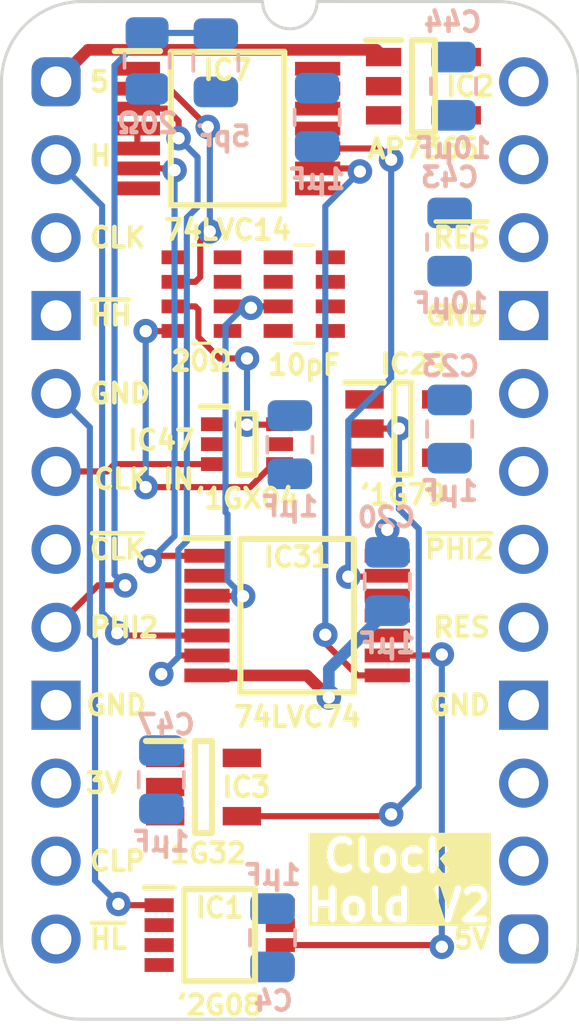
<source format=kicad_pcb>
(kicad_pcb (version 20241229) (generator "pcbnew") (generator_version "9.0")
  (title_block (title "W65C816 Clock Hold") (date "2026-01-29") (rev "V2"))
  (layers (0 "F.Cu" signal) (2 "B.Cu" signal) (13 "F.Paste" user) (15 "B.Paste" user) (5 "F.SilkS" user "F.Silkscreen") (7 "B.SilkS" user "B.Silkscreen") (1 "F.Mask" user) (3 "B.Mask" user) (25 "Edge.Cuts" user))
  (net 0 "")
  (net 1 "GND")
  (net 2 "5V")
  (net 3 "PHI2")
  (net 4 "~{PHI2}")
  (net 5 "Reset")
  (net 6 "~{Reset}")
  (net 7 "~{CLK}")
  (net 9 "CLK")
  (net 10 "CLK High Pulse")
  (net 11 "CLK Low Pulse")
  (net 12 "~{Hold High}")
  (net 14 "~{Hold Low}")
  (net 15 "3.3V")
  (net 17 "/CLK L.P.")
  (net 18 "/~{CLK Low Reset Pulse}")
  (net 19 "/~{CLK High Reset Pulse}")
  (net 20 "/CLK H.P.")
  (net 21 "/~{Hold Low}·CLK Low Pulse")
  (net 22 "/High Pulse+Low Pulse")
  (net 23 "/PHI2 Sharp")
  (net 24 "Net-(IC7A-1Y)")
  (net 25 "Net-(IC7F-6Y)")
  (net 26 "Net-(IC47-~{Y})")
  (net 27 "Net-(IC47-Y)")
  (net 28 "CLK IN")
  (net 30 "/~{Hold High}·CLK High Pulse·L=C")
  (net 33 "/~{CLK High Pulse}")
  (net 34 "/~{CLK Low Pulse}")
  (footprint "SamacSys_Parts:SOP65P210X110-6N" (layer "F.Cu") (at 6.223 11.811)
    (property "Reference" "IC47" (at -2.794 -0.127 0) (layer "F.SilkS") (effects (font (size 0.635 0.635))))
    (property "Value" "74LVC1GX04GW,125" (hide yes))
    (fp_line (start -1.5 -1.225) (end -0.625 -1.225) (stroke (width 0.2)) (layer "F.SilkS"))
    (fp_line (start -0.275 -1) (end 0.275 -1) (stroke (width 0.2)) (layer "F.SilkS"))
    (fp_line (start -0.275 1) (end -0.275 -1) (stroke (width 0.2)) (layer "F.SilkS"))
    (fp_line (start 0.275 -1) (end 0.275 1) (stroke (width 0.2)) (layer "F.SilkS"))
    (fp_line (start 0.275 1) (end -0.275 1) (stroke (width 0.2)) (layer "F.SilkS"))
    (fp_text user "${Silkscreen}" (at 0 1.778 0) (layer "F.SilkS") (effects (font (size 0.635 0.635))))
    (pad "1" smd rect (at -1.062 -0.65 90) (size 0.45 0.875) (layers "F.Cu" "F.Mask" "F.Paste"))
    (pad "2" smd rect (at -1.062 0 90) (size 0.45 0.875) (layers "F.Cu" "F.Mask" "F.Paste") (net 1 "GND"))
    (pad "3" smd rect (at -1.062 0.65 90) (size 0.45 0.875) (layers "F.Cu" "F.Mask" "F.Paste") (net 28 "CLK IN"))
    (pad "4" smd rect (at 1.062 0.65 90) (size 0.45 0.875) (layers "F.Cu" "F.Mask" "F.Paste") (net 26 "Net-(IC47-~{Y})"))
    (pad "5" smd rect (at 1.062 0 90) (size 0.45 0.875) (layers "F.Cu" "F.Mask" "F.Paste") (net 15 "3.3V"))
    (pad "6" smd rect (at 1.062 -0.65 90) (size 0.45 0.875) (layers "F.Cu" "F.Mask" "F.Paste") (net 27 "Net-(IC47-Y)"))
  )
  (footprint "SamacSys_Parts:CA0612KRX7R9BB100" (layer "F.Cu") (at 8.089 6.9208)
    (property "Reference" "CN1" (hide yes))
    (property "Value" "CA0612KRX7R9BB100" (hide yes))
    (fp_line (start 0.2952 -1.5998) (end -0.3048 -1.5998) (stroke (width 0.1)) (layer "F.SilkS"))
    (fp_line (start 0.2952 1.6002) (end -0.3048 1.6002) (stroke (width 0.1)) (layer "F.SilkS"))
    (fp_text user "${Silkscreen}" (at 0 2.305 0) (layer "F.SilkS") (effects (font (size 0.635 0.635))))
    (pad "1" smd rect (at -0.85 -1.2 90) (size 0.45 0.95) (layers "F.Cu" "F.Mask" "F.Paste") (net 5 "Reset"))
    (pad "2" smd rect (at -0.85 -0.4 90) (size 0.45 0.95) (layers "F.Cu" "F.Mask" "F.Paste") (net 4 "~{PHI2}"))
    (pad "3" smd rect (at -0.85 0.4 90) (size 0.45 0.95) (layers "F.Cu" "F.Mask" "F.Paste") (net 9 "CLK"))
    (pad "4" smd rect (at -0.85 1.2 90) (size 0.45 0.95) (layers "F.Cu" "F.Mask" "F.Paste") (net 7 "~{CLK}"))
    (pad "5" smd rect (at 0.85 1.2 90) (size 0.45 0.95) (layers "F.Cu" "F.Mask" "F.Paste") (net 1 "GND"))
    (pad "6" smd rect (at 0.85 0.4 90) (size 0.45 0.95) (layers "F.Cu" "F.Mask" "F.Paste") (net 1 "GND"))
    (pad "7" smd rect (at 0.85 -0.4 90) (size 0.45 0.95) (layers "F.Cu" "F.Mask" "F.Paste") (net 1 "GND"))
    (pad "8" smd rect (at 0.85 -1.2 90) (size 0.45 0.95) (layers "F.Cu" "F.Mask" "F.Paste") (net 1 "GND"))
  )
  (footprint "SamacSys_Parts:SOP65P400X110-8N" (layer "F.Cu") (at 5.334 27.813)
    (property "Reference" "IC1" (at 0 -0.889 0) (layer "F.SilkS") (effects (font (size 0.635 0.635))))
    (property "Value" "74LVC2G08DP-Q100H" (hide yes))
    (fp_line (start -2.45 -1.55) (end -1.5 -1.55) (stroke (width 0.2)) (layer "F.SilkS"))
    (fp_line (start -1.15 -1.5) (end 1.15 -1.5) (stroke (width 0.2)) (layer "F.SilkS"))
    (fp_line (start -1.15 1.5) (end -1.15 -1.5) (stroke (width 0.2)) (layer "F.SilkS"))
    (fp_line (start 1.15 -1.5) (end 1.15 1.5) (stroke (width 0.2)) (layer "F.SilkS"))
    (fp_line (start 1.15 1.5) (end -1.15 1.5) (stroke (width 0.2)) (layer "F.SilkS"))
    (fp_text user "${Silkscreen}" (at 0 2.286 0) (layer "F.SilkS") (effects (font (size 0.635 0.635))))
    (pad "1" smd rect (at -1.975 -0.975 90) (size 0.45 0.95) (layers "F.Cu" "F.Mask" "F.Paste") (net 12 "~{Hold High}"))
    (pad "2" smd rect (at -1.975 -0.325 90) (size 0.45 0.95) (layers "F.Cu" "F.Mask" "F.Paste") (net 10 "CLK High Pulse"))
    (pad "3" smd rect (at -1.975 0.325 90) (size 0.45 0.95) (layers "F.Cu" "F.Mask" "F.Paste") (net 21 "/~{Hold Low}·CLK Low Pulse"))
    (pad "4" smd rect (at -1.975 0.975 90) (size 0.45 0.95) (layers "F.Cu" "F.Mask" "F.Paste") (net 1 "GND"))
    (pad "5" smd rect (at 1.975 0.975 90) (size 0.45 0.95) (layers "F.Cu" "F.Mask" "F.Paste") (net 14 "~{Hold Low}"))
    (pad "6" smd rect (at 1.975 0.325 90) (size 0.45 0.95) (layers "F.Cu" "F.Mask" "F.Paste") (net 11 "CLK Low Pulse"))
    (pad "7" smd rect (at 1.975 -0.325 90) (size 0.45 0.95) (layers "F.Cu" "F.Mask" "F.Paste") (net 30 "/~{Hold High}·CLK High Pulse·L=C"))
    (pad "8" smd rect (at 1.975 -0.975 90) (size 0.45 0.95) (layers "F.Cu" "F.Mask" "F.Paste") (net 15 "3.3V"))
  )
  (footprint "SamacSys_Parts:SOP65P640X110-14N" (layer "F.Cu") (at 7.857 17.399)
    (property "Reference" "IC31" (at 0 -1.905 0) (layer "F.SilkS") (effects (font (size 0.635 0.635))))
    (property "Value" "74LVC74APW,118" (hide yes))
    (fp_line (start -3.675 -2.525) (end -2.2 -2.525) (stroke (width 0.2)) (layer "F.SilkS"))
    (fp_line (start -1.85 -2.5) (end 1.85 -2.5) (stroke (width 0.2)) (layer "F.SilkS"))
    (fp_line (start -1.85 2.5) (end -1.85 -2.5) (stroke (width 0.2)) (layer "F.SilkS"))
    (fp_line (start 1.85 -2.5) (end 1.85 2.5) (stroke (width 0.2)) (layer "F.SilkS"))
    (fp_line (start 1.85 2.5) (end -1.85 2.5) (stroke (width 0.2)) (layer "F.SilkS"))
    (fp_text user "${Silkscreen}" (at 0 3.302 0) (layer "F.SilkS") (effects (font (size 0.635 0.635))))
    (pad "1" smd rect (at -2.938 -1.95 90) (size 0.45 1.475) (layers "F.Cu" "F.Mask" "F.Paste") (net 19 "/~{CLK High Reset Pulse}"))
    (pad "2" smd rect (at -2.938 -1.3 90) (size 0.45 1.475) (layers "F.Cu" "F.Mask" "F.Paste") (net 15 "3.3V"))
    (pad "3" smd rect (at -2.938 -0.65 90) (size 0.45 1.475) (layers "F.Cu" "F.Mask" "F.Paste") (net 9 "CLK"))
    (pad "4" smd rect (at -2.938 0 90) (size 0.45 1.475) (layers "F.Cu" "F.Mask" "F.Paste") (net 15 "3.3V"))
    (pad "5" smd rect (at -2.938 0.65 90) (size 0.45 1.475) (layers "F.Cu" "F.Mask" "F.Paste") (net 10 "CLK High Pulse"))
    (pad "6" smd rect (at -2.938 1.3 90) (size 0.45 1.475) (layers "F.Cu" "F.Mask" "F.Paste") (net 33 "/~{CLK High Pulse}"))
    (pad "7" smd rect (at -2.938 1.95 90) (size 0.45 1.475) (layers "F.Cu" "F.Mask" "F.Paste") (net 1 "GND"))
    (pad "8" smd rect (at 2.938 1.95 90) (size 0.45 1.475) (layers "F.Cu" "F.Mask" "F.Paste") (net 34 "/~{CLK Low Pulse}"))
    (pad "9" smd rect (at 2.938 1.3 90) (size 0.45 1.475) (layers "F.Cu" "F.Mask" "F.Paste") (net 11 "CLK Low Pulse"))
    (pad "10" smd rect (at 2.938 0.65 90) (size 0.45 1.475) (layers "F.Cu" "F.Mask" "F.Paste") (net 15 "3.3V"))
    (pad "11" smd rect (at 2.938 0 90) (size 0.45 1.475) (layers "F.Cu" "F.Mask" "F.Paste") (net 7 "~{CLK}"))
    (pad "12" smd rect (at 2.938 -0.65 90) (size 0.45 1.475) (layers "F.Cu" "F.Mask" "F.Paste") (net 15 "3.3V"))
    (pad "13" smd rect (at 2.938 -1.3 90) (size 0.45 1.475) (layers "F.Cu" "F.Mask" "F.Paste") (net 18 "/~{CLK Low Reset Pulse}"))
    (pad "14" smd rect (at 2.938 -1.95 90) (size 0.45 1.475) (layers "F.Cu" "F.Mask" "F.Paste") (net 15 "3.3V"))
  )
  (footprint "SamacSys_Parts:CAY16-F4" (layer "F.Cu") (at 4.738 6.94 180)
    (property "Reference" "RN1" (hide yes))
    (property "Value" "CAY16-200J4LF" (hide yes))
    (fp_line (start 0.3 1.6192) (end -0.3 1.6192) (stroke (width 0.1)) (layer "F.SilkS"))
    (fp_line (start 0.3 -1.5808) (end -0.3 -1.5808) (stroke (width 0.1)) (layer "F.SilkS"))
    (fp_text user "${Silkscreen}" (at 0 -2.159 0) (layer "F.SilkS") (effects (font (size 0.635 0.635))))
    (pad "1" smd rect (at 0.85 1.2192 270) (size 0.45 0.9) (layers "F.Cu" "F.Mask" "F.Paste") (net 25 "Net-(IC7F-6Y)"))
    (pad "2" smd rect (at 0.85 0.4192 270) (size 0.45 0.9) (layers "F.Cu" "F.Mask" "F.Paste") (net 24 "Net-(IC7A-1Y)"))
    (pad "3" smd rect (at 0.85 -0.3808 270) (size 0.45 0.9) (layers "F.Cu" "F.Mask" "F.Paste") (net 27 "Net-(IC47-Y)"))
    (pad "4" smd rect (at 0.85 -1.1808 270) (size 0.45 0.9) (layers "F.Cu" "F.Mask" "F.Paste") (net 26 "Net-(IC47-~{Y})"))
    (pad "5" smd rect (at -0.85 -1.1808 270) (size 0.45 0.9) (layers "F.Cu" "F.Mask" "F.Paste") (net 7 "~{CLK}"))
    (pad "6" smd rect (at -0.85 -0.3808 270) (size 0.45 0.9) (layers "F.Cu" "F.Mask" "F.Paste") (net 9 "CLK"))
    (pad "7" smd rect (at -0.85 0.4192 270) (size 0.45 0.9) (layers "F.Cu" "F.Mask" "F.Paste") (net 4 "~{PHI2}"))
    (pad "8" smd rect (at -0.85 1.2192 270) (size 0.45 0.9) (layers "F.Cu" "F.Mask" "F.Paste") (net 5 "Reset"))
  )
  (footprint "SamacSys_Parts:SOP65P640X110-14N" (layer "F.Cu") (at 5.588 1.524)
    (property "Reference" "IC7" (at 0 -1.905 0) (layer "F.SilkS") (effects (font (size 0.635 0.635))))
    (property "Value" "SN74LVC14APWRG4" (hide yes))
    (fp_line (start -3.675 -2.525) (end -2.2 -2.525) (stroke (width 0.2)) (layer "F.SilkS"))
    (fp_line (start -1.85 -2.5) (end 1.85 -2.5) (stroke (width 0.2)) (layer "F.SilkS"))
    (fp_line (start -1.85 2.5) (end -1.85 -2.5) (stroke (width 0.2)) (layer "F.SilkS"))
    (fp_line (start 1.85 -2.5) (end 1.85 2.5) (stroke (width 0.2)) (layer "F.SilkS"))
    (fp_line (start 1.85 2.5) (end -1.85 2.5) (stroke (width 0.2)) (layer "F.SilkS"))
    (fp_text user "${Silkscreen}" (at 0 3.302 0) (layer "F.SilkS") (effects (font (size 0.635 0.635))))
    (pad "1" smd rect (at -2.938 -1.95 90) (size 0.45 1.475) (layers "F.Cu" "F.Mask" "F.Paste") (net 23 "/PHI2 Sharp"))
    (pad "2" smd rect (at -2.938 -1.3 90) (size 0.45 1.475) (layers "F.Cu" "F.Mask" "F.Paste") (net 24 "Net-(IC7A-1Y)"))
    (pad "3" smd rect (at -2.938 -0.65 90) (size 0.45 1.475) (layers "F.Cu" "F.Mask" "F.Paste") (net 33 "/~{CLK High Pulse}"))
    (pad "4" smd rect (at -2.938 0 90) (size 0.45 1.475) (layers "F.Cu" "F.Mask" "F.Paste") (net 20 "/CLK H.P."))
    (pad "5" smd rect (at -2.938 0.65 90) (size 0.45 1.475) (layers "F.Cu" "F.Mask" "F.Paste") (net 20 "/CLK H.P."))
    (pad "6" smd rect (at -2.938 1.3 90) (size 0.45 1.475) (layers "F.Cu" "F.Mask" "F.Paste") (net 19 "/~{CLK High Reset Pulse}"))
    (pad "7" smd rect (at -2.938 1.95 90) (size 0.45 1.475) (layers "F.Cu" "F.Mask" "F.Paste") (net 1 "GND"))
    (pad "8" smd rect (at 2.938 1.95 90) (size 0.45 1.475) (layers "F.Cu" "F.Mask" "F.Paste") (net 17 "/CLK L.P."))
    (pad "9" smd rect (at 2.938 1.3 90) (size 0.45 1.475) (layers "F.Cu" "F.Mask" "F.Paste") (net 34 "/~{CLK Low Pulse}"))
    (pad "10" smd rect (at 2.938 0.65 90) (size 0.45 1.475) (layers "F.Cu" "F.Mask" "F.Paste") (net 18 "/~{CLK Low Reset Pulse}"))
    (pad "11" smd rect (at 2.938 0 90) (size 0.45 1.475) (layers "F.Cu" "F.Mask" "F.Paste") (net 17 "/CLK L.P."))
    (pad "12" smd rect (at 2.938 -0.65 90) (size 0.45 1.475) (layers "F.Cu" "F.Mask" "F.Paste") (net 25 "Net-(IC7F-6Y)"))
    (pad "13" smd rect (at 2.938 -1.3 90) (size 0.45 1.475) (layers "F.Cu" "F.Mask" "F.Paste") (net 6 "~{Reset}"))
    (pad "14" smd rect (at 2.938 -1.95 90) (size 0.45 1.475) (layers "F.Cu" "F.Mask" "F.Paste") (net 15 "3.3V"))
  )
  (footprint "SamacSys_Parts:SOT95P275X110-5N" (layer "F.Cu") (at 11.303 11.303)
    (property "Reference" "IC29" (at 0.361 -2.098 0) (layer "F.SilkS") (effects (font (size 0.635 0.635))))
    (property "Value" "74LVC1G79GV,125" (hide yes))
    (fp_line (start -1.875 -1.5) (end -0.625 -1.5) (stroke (width 0.2)) (layer "F.SilkS"))
    (fp_line (start -0.275 -1.5) (end 0.275 -1.5) (stroke (width 0.2)) (layer "F.SilkS"))
    (fp_line (start -0.275 1.5) (end -0.275 -1.5) (stroke (width 0.2)) (layer "F.SilkS"))
    (fp_line (start 0.275 -1.5) (end 0.275 1.5) (stroke (width 0.2)) (layer "F.SilkS"))
    (fp_line (start 0.275 1.5) (end -0.275 1.5) (stroke (width 0.2)) (layer "F.SilkS"))
    (fp_text user "${Silkscreen}" (at 0 2.159 0) (layer "F.SilkS") (effects (font (size 0.635 0.635))))
    (pad "1" smd rect (at -1.25 -0.95 90) (size 0.6 1.25) (layers "F.Cu" "F.Mask" "F.Paste") (net 7 "~{CLK}"))
    (pad "2" smd rect (at -1.25 0 90) (size 0.6 1.25) (layers "F.Cu" "F.Mask" "F.Paste") (net 22 "/High Pulse+Low Pulse"))
    (pad "3" smd rect (at -1.25 0.95 90) (size 0.6 1.25) (layers "F.Cu" "F.Mask" "F.Paste") (net 1 "GND"))
    (pad "4" smd rect (at 1.25 0.95 90) (size 0.6 1.25) (layers "F.Cu" "F.Mask" "F.Paste") (net 23 "/PHI2 Sharp"))
    (pad "5" smd rect (at 1.25 -0.95 90) (size 0.6 1.25) (layers "F.Cu" "F.Mask" "F.Paste") (net 15 "3.3V"))
  )
  (footprint "SamacSys_Parts:SOT95P275X110-5N" (layer "F.Cu") (at 4.806 22.987)
    (property "Reference" "IC3" (at 1.397 0 0) (layer "F.SilkS") (effects (font (size 0.635 0.635))))
    (property "Value" "74LVC1G32GV,125" (hide yes))
    (property "Silkscreen" "'1G32" (at 0 2.159 0) (layer "F.SilkS") (effects (font (size 0.635 0.635))))
    (fp_line (start -1.875 -1.5) (end -0.625 -1.5) (stroke (width 0.2)) (layer "F.SilkS"))
    (fp_line (start -0.275 -1.5) (end 0.275 -1.5) (stroke (width 0.2)) (layer "F.SilkS"))
    (fp_line (start -0.275 1.5) (end -0.275 -1.5) (stroke (width 0.2)) (layer "F.SilkS"))
    (fp_line (start 0.275 -1.5) (end 0.275 1.5) (stroke (width 0.2)) (layer "F.SilkS"))
    (fp_line (start 0.275 1.5) (end -0.275 1.5) (stroke (width 0.2)) (layer "F.SilkS"))
    (pad "1" smd rect (at -1.25 -0.95 90) (size 0.6 1.25) (layers "F.Cu" "F.Mask" "F.Paste") (net 30 "/~{Hold High}·CLK High Pulse·L=C"))
    (pad "2" smd rect (at -1.25 0 90) (size 0.6 1.25) (layers "F.Cu" "F.Mask" "F.Paste") (net 21 "/~{Hold Low}·CLK Low Pulse"))
    (pad "3" smd rect (at -1.25 0.95 90) (size 0.6 1.25) (layers "F.Cu" "F.Mask" "F.Paste") (net 1 "GND"))
    (pad "4" smd rect (at 1.25 0.95 90) (size 0.6 1.25) (layers "F.Cu" "F.Mask" "F.Paste") (net 22 "/High Pulse+Low Pulse"))
    (pad "5" smd rect (at 1.25 -0.95 90) (size 0.6 1.25) (layers "F.Cu" "F.Mask" "F.Paste") (net 15 "3.3V"))
  )
  (footprint "SamacSys_Parts:DIP-24_Board_W15.24mm" (layer "F.Cu") (at 0 0)
    (property "Reference" "J1" (hide yes))
    (property "Value" "Board 2x12 W22.86mm" (hide yes))
    (fp_line (start -1.778 27.94) (end -1.778 0) (stroke (width 0.1)) (layer "Edge.Cuts"))
    (fp_line (start 6.731 -2.6162) (end 0.835732 -2.613732) (stroke (width 0.1)) (layer "Edge.Cuts"))
    (fp_line (start 14.404267 -2.613733) (end 8.509 -2.6162) (stroke (width 0.1)) (layer "Edge.Cuts"))
    (fp_line (start 14.404268 30.553732) (end 0.835733 30.553733) (stroke (width 0.1)) (layer "Edge.Cuts"))
    (fp_line (start 17.018 27.94) (end 17.017999 -0.000001) (stroke (width 0.1)) (layer "Edge.Cuts"))
    (fp_arc (start -1.778 0) (mid -1.012456 -1.848188) (end 0.835732 -2.613732) (stroke (width 0.1)) (layer "Edge.Cuts"))
    (fp_arc (start 0.835733 30.553733) (mid -1.012456 29.788189) (end -1.778 27.94) (stroke (width 0.1)) (layer "Edge.Cuts"))
    (fp_arc (start 8.509 -2.6162) (mid 7.62 -1.7272) (end 6.731 -2.6162) (stroke (width 0.1)) (layer "Edge.Cuts"))
    (fp_arc (start 14.404267 -2.613733) (mid 16.252455 -1.848189) (end 17.017999 -0.000001) (stroke (width 0.1)) (layer "Edge.Cuts"))
    (fp_arc (start 17.018 27.94) (mid 16.252455 29.788187) (end 14.404268 30.553732) (stroke (width 0.1)) (layer "Edge.Cuts"))
    (pad "1" thru_hole roundrect (at 0 0) (size 1.6 1.6) (drill 1) (layers "*.Cu" "*.Mask") (net 2 "5V"))
    (pad "2" thru_hole oval (at 0 2.54) (size 1.6 1.6) (drill 1) (layers "*.Cu" "*.Mask") (net 10 "CLK High Pulse"))
    (pad "3" thru_hole oval (at 0 5.08) (size 1.6 1.6) (drill 1) (layers "*.Cu" "*.Mask") (net 9 "CLK"))
    (pad "4" thru_hole rect (at 0 7.62) (size 1.6 1.6) (drill 1) (layers "*.Cu" "*.Mask") (net 1 "GND"))
    (pad "5" thru_hole oval (at 0 10.16) (size 1.6 1.6) (drill 1) (layers "*.Cu" "*.Mask") (net 12 "~{Hold High}"))
    (pad "6" thru_hole oval (at 0 12.7) (size 1.6 1.6) (drill 1) (layers "*.Cu" "*.Mask") (net 28 "CLK IN"))
    (pad "7" thru_hole oval (at 0 15.24) (size 1.6 1.6) (drill 1) (layers "*.Cu" "*.Mask") (net 7 "~{CLK}"))
    (pad "8" thru_hole oval (at 0 17.78) (size 1.6 1.6) (drill 1) (layers "*.Cu" "*.Mask") (net 3 "PHI2"))
    (pad "9" thru_hole rect (at 0 20.32) (size 1.6 1.6) (drill 1) (layers "*.Cu" "*.Mask") (net 1 "GND"))
    (pad "10" thru_hole oval (at 0 22.86) (size 1.6 1.6) (drill 1) (layers "*.Cu" "*.Mask") (net 15 "3.3V"))
    (pad "11" thru_hole oval (at 0 25.4) (size 1.6 1.6) (drill 1) (layers "*.Cu" "*.Mask") (net 11 "CLK Low Pulse"))
    (pad "12" thru_hole oval (at 0 27.94) (size 1.6 1.6) (drill 1) (layers "*.Cu" "*.Mask") (net 14 "~{Hold Low}"))
    (pad "13" thru_hole roundrect (at 15.24 27.94) (size 1.6 1.6) (drill 1) (layers "*.Cu" "*.Mask") (net 2 "5V"))
    (pad "14" thru_hole oval (at 15.24 25.4) (size 1.6 1.6) (drill 1) (layers "*.Cu" "*.Mask"))
    (pad "15" thru_hole oval (at 15.24 22.86) (size 1.6 1.6) (drill 1) (layers "*.Cu" "*.Mask"))
    (pad "16" thru_hole rect (at 15.24 20.32) (size 1.6 1.6) (drill 1) (layers "*.Cu" "*.Mask") (net 1 "GND"))
    (pad "17" thru_hole oval (at 15.24 17.78 180) (size 1.6 1.6) (drill 1) (layers "*.Cu" "*.Mask"))
    (pad "18" thru_hole oval (at 15.24 15.24 180) (size 1.6 1.6) (drill 1) (layers "*.Cu" "*.Mask"))
    (pad "19" thru_hole oval (at 15.24 12.7 180) (size 1.6 1.6) (drill 1) (layers "*.Cu" "*.Mask"))
    (pad "20" thru_hole oval (at 15.24 10.16 180) (size 1.6 1.6) (drill 1) (layers "*.Cu" "*.Mask") (net 4 "~{PHI2}"))
    (pad "21" thru_hole rect (at 15.24 7.62) (size 1.6 1.6) (drill 1) (layers "*.Cu" "*.Mask") (net 1 "GND"))
    (pad "22" thru_hole oval (at 15.24 5.08) (size 1.6 1.6) (drill 1) (layers "*.Cu" "*.Mask") (net 5 "Reset"))
    (pad "23" thru_hole oval (at 15.24 2.54) (size 1.6 1.6) (drill 1) (layers "*.Cu" "*.Mask") (net 6 "~{Reset}"))
    (pad "24" thru_hole oval (at 15.24 0) (size 1.6 1.6) (drill 1) (layers "*.Cu" "*.Mask"))
  )
  (footprint "SamacSys_Parts:SOT95P285X130-5N" (layer "F.Cu") (at 11.974 0.143)
    (property "Reference" "IC2" (at 1.524 0 0) (layer "F.SilkS") (effects (font (size 0.635 0.635))))
    (property "Value" "AP7365-33WG-7" (hide yes))
    (fp_line (start -1.875 -1.5) (end -0.725 -1.5) (stroke (width 0.2)) (layer "F.SilkS"))
    (fp_line (start -0.375 -1.5) (end 0.375 -1.5) (stroke (width 0.2)) (layer "F.SilkS"))
    (fp_line (start -0.375 1.5) (end -0.375 -1.5) (stroke (width 0.2)) (layer "F.SilkS"))
    (fp_line (start 0.375 -1.5) (end 0.375 1.5) (stroke (width 0.2)) (layer "F.SilkS"))
    (fp_line (start 0.375 1.5) (end -0.375 1.5) (stroke (width 0.2)) (layer "F.SilkS"))
    (fp_text user "${Silkscreen}" (at 0 2.032 0) (layer "F.SilkS") (effects (font (size 0.635 0.635))))
    (pad "1" smd rect (at -1.3 -0.95 90) (size 0.6 1.15) (layers "F.Cu" "F.Mask" "F.Paste") (net 2 "5V"))
    (pad "2" smd rect (at -1.3 0 90) (size 0.6 1.15) (layers "F.Cu" "F.Mask" "F.Paste") (net 1 "GND"))
    (pad "3" smd rect (at -1.3 0.95 90) (size 0.6 1.15) (layers "F.Cu" "F.Mask" "F.Paste") (net 2 "5V"))
    (pad "4" smd rect (at 1.3 0.95 90) (size 0.6 1.15) (layers "F.Cu" "F.Mask" "F.Paste"))
    (pad "5" smd rect (at 1.3 -0.95 90) (size 0.6 1.15) (layers "F.Cu" "F.Mask" "F.Paste") (net 15 "3.3V"))
  )
  (footprint "SamacSys_Parts:C_0805" (layer "B.Cu") (at 12.827 11.303)
    (property "Reference" "C23" (at 0.027 -2.032 180) (layer "B.SilkS") (effects (font (size 0.635 0.635)) (justify mirror)))
    (property "Value" "1μF" (at 0 2.032 180) (layer "B.SilkS") (effects (font (size 0.635 0.635)) (justify mirror)))
    (fp_line (start -0.735 0.277252) (end -0.735 -0.245252) (stroke (width 0.12)) (layer "B.SilkS"))
    (fp_line (start 0.735 0.277252) (end 0.735 -0.245252) (stroke (width 0.12)) (layer "B.SilkS"))
    (pad "1" smd roundrect (at 0 -0.934 270) (size 1 1.45) (layers "B.Cu" "B.Mask" "B.Paste") (net 15 "3.3V"))
    (pad "2" smd roundrect (at 0 0.966 270) (size 1 1.45) (layers "B.Cu" "B.Mask" "B.Paste") (net 1 "GND"))
  )
  (footprint "SamacSys_Parts:C_0805" (layer "B.Cu") (at 3.429 22.733)
    (property "Reference" "C47" (at 0.154 -1.778 180) (layer "B.SilkS") (effects (font (size 0.635 0.635)) (justify mirror)))
    (property "Value" "1μF" (at 0 2.032 180) (layer "B.SilkS") (effects (font (size 0.635 0.635)) (justify mirror)))
    (fp_line (start -0.735 0.277252) (end -0.735 -0.245252) (stroke (width 0.12)) (layer "B.SilkS"))
    (fp_line (start 0.735 0.277252) (end 0.735 -0.245252) (stroke (width 0.12)) (layer "B.SilkS"))
    (pad "1" smd roundrect (at 0 -0.934 270) (size 1 1.45) (layers "B.Cu" "B.Mask" "B.Paste") (net 15 "3.3V"))
    (pad "2" smd roundrect (at 0 0.966 270) (size 1 1.45) (layers "B.Cu" "B.Mask" "B.Paste") (net 1 "GND"))
  )
  (footprint "SamacSys_Parts:C_0805" (layer "B.Cu") (at 10.795 16.271)
    (property "Reference" "C20" (at -0.026999 -2.075 0) (layer "B.SilkS") (effects (font (size 0.635 0.635)) (justify mirror)))
    (property "Value" "1μF" (at 0 2.032 0) (layer "B.SilkS") (effects (font (size 0.635 0.635)) (justify mirror)))
    (fp_line (start -0.735 0.277252) (end -0.735 -0.245252) (stroke (width 0.12)) (layer "B.SilkS"))
    (fp_line (start 0.735 0.277252) (end 0.735 -0.245252) (stroke (width 0.12)) (layer "B.SilkS"))
    (pad "1" smd roundrect (at 0 -0.934 270) (size 1 1.45) (layers "B.Cu" "B.Mask" "B.Paste") (net 15 "3.3V"))
    (pad "2" smd roundrect (at 0 0.966 270) (size 1 1.45) (layers "B.Cu" "B.Mask" "B.Paste") (net 1 "GND"))
  )
  (footprint "SamacSys_Parts:C_0805" (layer "B.Cu") (at 7.055 27.884)
    (property "Reference" "C4" (at 0.027 2.075 0) (layer "B.SilkS") (effects (font (size 0.635 0.635)) (justify mirror)))
    (property "Value" "1μF" (at 0 -2.032 0) (layer "B.SilkS") (effects (font (size 0.635 0.635)) (justify mirror)))
    (fp_line (start -0.735 -0.245252) (end -0.735 0.277252) (stroke (width 0.12)) (layer "B.SilkS"))
    (fp_line (start 0.735 -0.245252) (end 0.735 0.277252) (stroke (width 0.12)) (layer "B.SilkS"))
    (pad "1" smd roundrect (at 0 -0.934 270) (size 1 1.45) (layers "B.Cu" "B.Mask" "B.Paste") (net 15 "3.3V"))
    (pad "2" smd roundrect (at 0 0.966 270) (size 1 1.45) (layers "B.Cu" "B.Mask" "B.Paste") (net 1 "GND"))
  )
  (footprint "SamacSys_Parts:R_0805" (layer "B.Cu") (at 2.976 -0.68)
    (property "Reference" "R1" (hide yes))
    (property "Value" "20Ω" (at 0 2.032 0) (layer "B.SilkS") (effects (font (size 0.635 0.635)) (justify mirror)))
    (fp_line (start -0.745 0.227064) (end -0.745 -0.227064) (stroke (width 0.12)) (layer "B.SilkS"))
    (fp_line (start 0.725 0.227064) (end 0.725 -0.227064) (stroke (width 0.12)) (layer "B.SilkS"))
    (pad "1" smd roundrect (at -0.01 -0.9125 270) (size 1.025 1.4) (layers "B.Cu" "B.Mask" "B.Paste") (roundrect_rratio 0.243902) (net 3 "PHI2"))
    (pad "2" smd roundrect (at -0.01 0.9125 270) (size 1.025 1.4) (layers "B.Cu" "B.Mask" "B.Paste") (roundrect_rratio 0.243902) (net 23 "/PHI2 Sharp"))
  )
  (footprint "SamacSys_Parts:C_0805" (layer "B.Cu") (at 12.954 0.127)
    (property "Reference" "C44" (at -0.026999 -2.075 0) (layer "B.SilkS") (effects (font (size 0.635 0.635)) (justify mirror)))
    (property "Value" "10μF" (at 0 2.032 0) (layer "B.SilkS") (effects (font (size 0.635 0.635)) (justify mirror)))
    (fp_line (start -0.735 0.277252) (end -0.735 -0.245252) (stroke (width 0.12)) (layer "B.SilkS"))
    (fp_line (start 0.735 0.277252) (end 0.735 -0.245252) (stroke (width 0.12)) (layer "B.SilkS"))
    (pad "1" smd roundrect (at 0 -0.934 270) (size 1 1.45) (layers "B.Cu" "B.Mask" "B.Paste") (net 15 "3.3V"))
    (pad "2" smd roundrect (at 0 0.966 270) (size 1 1.45) (layers "B.Cu" "B.Mask" "B.Paste") (net 1 "GND"))
  )
  (footprint "SamacSys_Parts:C_0805" (layer "B.Cu") (at 5.207 -0.635)
    (property "Reference" "C1" (hide yes))
    (property "Value" "5pF" (at 0.254 2.413 0) (layer "B.SilkS") (effects (font (size 0.635 0.635)) (justify mirror)))
    (fp_line (start -0.735 0.277252) (end -0.735 -0.245252) (stroke (width 0.12)) (layer "B.SilkS"))
    (fp_line (start 0.735 0.277252) (end 0.735 -0.245252) (stroke (width 0.12)) (layer "B.SilkS"))
    (pad "1" smd roundrect (at 0 -0.934 270) (size 1 1.45) (layers "B.Cu" "B.Mask" "B.Paste") (net 3 "PHI2"))
    (pad "2" smd roundrect (at 0 0.966 270) (size 1 1.45) (layers "B.Cu" "B.Mask" "B.Paste") (net 1 "GND"))
  )
  (footprint "SamacSys_Parts:C_0805" (layer "B.Cu") (at 7.62 11.811)
    (property "Reference" "C56" (hide yes))
    (property "Value" "1μF" (at 0 2.032 0) (layer "B.SilkS") (effects (font (size 0.635 0.635)) (justify mirror)))
    (fp_line (start -0.735 0.277252) (end -0.735 -0.245252) (stroke (width 0.12)) (layer "B.SilkS"))
    (fp_line (start 0.735 0.277252) (end 0.735 -0.245252) (stroke (width 0.12)) (layer "B.SilkS"))
    (pad "1" smd roundrect (at 0 -0.934 270) (size 1 1.45) (layers "B.Cu" "B.Mask" "B.Paste") (net 15 "3.3V"))
    (pad "2" smd roundrect (at 0 0.966 270) (size 1 1.45) (layers "B.Cu" "B.Mask" "B.Paste") (net 1 "GND"))
  )
  (footprint "SamacSys_Parts:C_0805" (layer "B.Cu") (at 8.509 1.143)
    (property "Reference" "C21" (hide yes))
    (property "Value" "1μF" (at 0 2.032 0) (layer "B.SilkS") (effects (font (size 0.635 0.635)) (justify mirror)))
    (fp_line (start -0.735 0.277252) (end -0.735 -0.245252) (stroke (width 0.12)) (layer "B.SilkS"))
    (fp_line (start 0.735 0.277252) (end 0.735 -0.245252) (stroke (width 0.12)) (layer "B.SilkS"))
    (pad "1" smd roundrect (at 0 -0.934 270) (size 1 1.45) (layers "B.Cu" "B.Mask" "B.Paste") (net 15 "3.3V"))
    (pad "2" smd roundrect (at 0 0.966 270) (size 1 1.45) (layers "B.Cu" "B.Mask" "B.Paste") (net 1 "GND"))
  )
  (footprint "SamacSys_Parts:C_0805" (layer "B.Cu") (at 12.827 5.207)
    (property "Reference" "C43" (at 0.002805 -2.095408 0) (layer "B.SilkS") (effects (font (size 0.635 0.635)) (justify mirror)))
    (property "Value" "10μF" (at 0.029803 2.011592 0) (layer "B.SilkS") (effects (font (size 0.635 0.635)) (justify mirror)))
    (fp_line (start -0.735 0.277252) (end -0.735 -0.245252) (stroke (width 0.12)) (layer "B.SilkS"))
    (fp_line (start 0.735 0.277252) (end 0.735 -0.245252) (stroke (width 0.12)) (layer "B.SilkS"))
    (pad "1" smd roundrect (at 0 -0.934 270) (size 1 1.45) (layers "B.Cu" "B.Mask" "B.Paste") (net 2 "5V"))
    (pad "2" smd roundrect (at 0 0.966 270) (size 1 1.45) (layers "B.Cu" "B.Mask" "B.Paste") (net 1 "GND"))
  )
  (gr_text "GND" (at 14.097 7.62 0) (layer "F.SilkS") (effects (font (size 0.635 0.635)) (justify right)))
  (gr_text "GND" (at 1.016 10.16 0) (layer "F.SilkS") (effects (font (size 0.635 0.635)) (justify left)))
  (gr_text "~{HH}" (at 1.016 7.62 0) (layer "F.SilkS") (effects (font (size 0.635 0.635)) (justify left)))
  (gr_text "~{RES}" (at 14.224 5.08 0) (layer "F.SilkS") (effects (font (size 0.635 0.635)) (justify right)))
  (gr_text "5" (at 1.016 0 0) (layer "F.SilkS") (effects (font (size 0.635 0.635)) (justify left)))
  (gr_text "RES" (at 14.224 17.78 0) (layer "F.SilkS") (effects (font (size 0.635 0.635)) (justify right)))
  (gr_text "~{PHI2}" (at 14.351 15.24 0) (layer "F.SilkS") (effects (font (size 0.635 0.635)) (justify right)))
  (gr_text "~{CLK}" (at 1.016 15.24 0) (layer "F.SilkS") (effects (font (size 0.635 0.635) (thickness 0.15) (bold yes)) (justify left)))
  (gr_text "CLK" (at 1.016 5.08 0) (layer "F.SilkS") (effects (font (size 0.635 0.635)) (justify left)))
  (gr_text "3V" (at 0.889 22.86 0) (layer "F.SilkS") (effects (font (size 0.635 0.635)) (justify left)))
  (gr_text "H" (at 1.016 2.413 0) (layer "F.SilkS") (effects (font (size 0.635 0.635) (thickness 0.15) (bold yes)) (justify left)))
  (gr_text "GND" (at 0.889 20.32 0) (layer "F.SilkS") (effects (font (size 0.635 0.635)) (justify left)))
  (gr_text "5V" (at 14.224 27.94 0) (layer "F.SilkS") (effects (font (size 0.635 0.635)) (justify right)))
  (gr_text "GND" (at 14.224 20.32 0) (layer "F.SilkS") (effects (font (size 0.635 0.635)) (justify right)))
  (gr_text "PHI2" (at 1.016 17.78 0) (layer "F.SilkS") (effects (font (size 0.635 0.635)) (justify left)))
  (gr_text "~{HL}" (at 1.016 27.94 0) (layer "F.SilkS") (effects (font (size 0.635 0.635)) (justify left)))
  (gr_text "Clock \nHold ${REVISION}" (at 11.176 27.432 0) (layer "F.SilkS" knockout) (effects (font (size 1 1) (thickness 0.2) (bold yes)) (justify bottom)))
  (gr_text "CLP" (at 1.016 25.4 0) (layer "F.SilkS") (effects (font (size 0.635 0.635) (thickness 0.15) (bold yes)) (justify left)))
  (gr_text "CLK IN" (at 1.143 12.954 0) (layer "F.SilkS") (effects (font (size 0.635 0.635)) (justify left)))
  (segment (start 8.173 19.349) (end 8.89 20.066) (width 0.38) (layer "F.Cu") (net 1))
  (segment (start 4.919 19.349) (end 8.173 19.349) (width 0.38) (layer "F.Cu") (net 1))
  (via (at 8.89 20.066) (size 0.8) (drill 0.4) (layers "F.Cu" "B.Cu") (net 1))
  (segment (start 8.89 19.142) (end 8.89 20.066) (width 0.38) (layer "B.Cu") (net 1))
  (segment (start 10.795 17.237) (end 8.89 19.142) (width 0.38) (layer "B.Cu") (net 1))
  (segment (start 10.439 -1.042) (end 1.042 -1.042) (width 0.38) (layer "F.Cu") (net 2))
  (segment (start 10.674 -0.807) (end 10.439 -1.042) (width 0.38) (layer "F.Cu") (net 2))
  (segment (start 1.042 -1.042) (end 0 0) (width 0.38) (layer "F.Cu") (net 2))
  (segment (start 1.367496 16.412504) (end 2.251 16.412504) (width 0.2) (layer "F.Cu") (net 3))
  (segment (start 0 17.78) (end 1.367496 16.412504) (width 0.2) (layer "F.Cu") (net 3))
  (via (at 2.251 16.412504) (size 0.8) (drill 0.4) (layers "F.Cu" "B.Cu") (net 3))
  (segment (start 5.1835 -1.5925) (end 5.207 -1.569) (width 0.2) (layer "B.Cu") (net 3))
  (segment (start 2.966 -1.5925) (end 5.1835 -1.5925) (width 0.2) (layer "B.Cu") (net 3))
  (segment (start 1.905 -0.5315) (end 1.905 16.066504) (width 0.2) (layer "B.Cu") (net 3))
  (segment (start 1.905 16.066504) (end 2.251 16.412504) (width 0.2) (layer "B.Cu") (net 3))
  (segment (start 2.966 -1.5925) (end 1.905 -0.5315) (width 0.2) (layer "B.Cu") (net 3))
  (segment (start 6.096 16.764) (end 4.934 16.764) (width 0.2) (layer "F.Cu") (net 9))
  (segment (start 6.3048 7.3208) (end 6.35 7.366) (width 0.2) (layer "F.Cu") (net 9))
  (segment (start 6.3952 7.3208) (end 6.35 7.366) (width 0.2) (layer "F.Cu") (net 9))
  (segment (start 7.239 7.3208) (end 6.3952 7.3208) (width 0.2) (layer "F.Cu") (net 9))
  (segment (start 5.588 7.3208) (end 6.3048 7.3208) (width 0.2) (layer "F.Cu") (net 9))
  (segment (start 4.934 16.764) (end 4.919 16.749) (width 0.2) (layer "F.Cu") (net 9))
  (via (at 6.096 16.764) (size 0.8) (drill 0.4) (layers "F.Cu" "B.Cu") (net 9))
  (via (at 6.35 7.366) (size 0.8) (drill 0.4) (layers "F.Cu" "B.Cu") (net 9))
  (segment (start 5.588 14.097) (end 5.588 16.256) (width 0.2) (layer "B.Cu") (net 9))
  (segment (start 5.522 14.031) (end 5.588 14.097) (width 0.2) (layer "B.Cu") (net 9))
  (segment (start 6.096 7.366) (end 5.715 7.747) (width 0.2) (layer "B.Cu") (net 9))
  (segment (start 6.35 7.366) (end 6.096 7.366) (width 0.2) (layer "B.Cu") (net 9))
  (segment (start 5.522 7.94) (end 5.522 14.031) (width 0.2) (layer "B.Cu") (net 9))
  (segment (start 5.588 16.256) (end 6.096 16.764) (width 0.2) (layer "B.Cu") (net 9))
  (segment (start 5.715 7.747) (end 5.522 7.94) (width 0.2) (layer "B.Cu") (net 9))
  (segment (start 2.075674 18.049) (end 1.994767 17.968093) (width 0.2) (layer "F.Cu") (net 10))
  (segment (start 4.919 18.049) (end 2.075674 18.049) (width 0.2) (layer "F.Cu") (net 10))
  (via (at 1.994767 17.968093) (size 0.8) (drill 0.4) (layers "F.Cu" "B.Cu") (net 10))
  (segment (start 1.501 4.041) (end 1.501 17.293661) (width 0.2) (layer "B.Cu") (net 10))
  (segment (start 0 2.54) (end 1.501 4.041) (width 0.2) (layer "B.Cu") (net 10))
  (segment (start 1.501 17.293661) (end 1.994767 17.787428) (width 0.2) (layer "B.Cu") (net 10))
  (segment (start 1.994767 17.787428) (end 1.994767 17.968093) (width 0.2) (layer "B.Cu") (net 10))
  (segment (start 12.517 28.138) (end 7.309 28.138) (width 0.2) (layer "F.Cu") (net 11))
  (segment (start 10.795 18.699) (end 12.543 18.699) (width 0.2) (layer "F.Cu") (net 11))
  (segment (start 12.573 28.194) (end 12.517 28.138) (width 0.2) (layer "F.Cu") (net 11))
  (segment (start 12.543 18.699) (end 12.573 18.669) (width 0.2) (layer "F.Cu") (net 11))
  (via (at 12.573 28.194) (size 0.8) (drill 0.4) (layers "F.Cu" "B.Cu") (net 11))
  (via (at 12.573 18.669) (size 0.8) (drill 0.4) (layers "F.Cu" "B.Cu") (net 11))
  (segment (start 12.573 18.669) (end 12.573 28.194) (width 0.2) (layer "B.Cu") (net 11))
  (segment (start 2.073 26.838) (end 2.032 26.797) (width 0.2) (layer "F.Cu") (net 12))
  (segment (start 3.359 26.838) (end 2.073 26.838) (width 0.2) (layer "F.Cu") (net 12))
  (via (at 2.032 26.797) (size 0.8) (drill 0.4) (layers "F.Cu" "B.Cu") (net 12))
  (segment (start 1.27 26.035) (end 1.27 18.161) (width 0.2) (layer "B.Cu") (net 12))
  (segment (start 1.101 11.261) (end 0 10.16) (width 0.2) (layer "B.Cu") (net 12))
  (segment (start 1.27 18.161) (end 1.101 17.992) (width 0.2) (layer "B.Cu") (net 12))
  (segment (start 2.032 26.797) (end 1.27 26.035) (width 0.2) (layer "B.Cu") (net 12))
  (segment (start 1.101 17.992) (end 1.101 11.261) (width 0.2) (layer "B.Cu") (net 12))
  (segment (start 10.795 15.449) (end 10.795 14.605) (width 0.38) (layer "F.Cu") (net 15))
  (via (at 10.795 14.605) (size 0.8) (drill 0.4) (layers "F.Cu" "B.Cu") (net 15))
  (segment (start 10.795 14.605) (end 10.795 15.337) (width 0.38) (layer "B.Cu") (net 15))
  (segment (start 8.526 2.174) (end 10.556 2.174) (width 0.2) (layer "F.Cu") (net 18))
  (segment (start 10.556 2.174) (end 10.922 2.54) (width 0.2) (layer "F.Cu") (net 18))
  (segment (start 10.765 16.129) (end 10.795 16.099) (width 0.2) (layer "F.Cu") (net 18))
  (segment (start 9.525 16.129) (end 10.765 16.129) (width 0.2) (layer "F.Cu") (net 18))
  (via (at 10.922 2.54) (size 0.8) (drill 0.4) (layers "F.Cu" "B.Cu") (net 18))
  (via (at 9.525 16.129) (size 0.8) (drill 0.4) (layers "F.Cu" "B.Cu") (net 18))
  (segment (start 9.525 11.049) (end 9.525 16.129) (width 0.2) (layer "B.Cu") (net 18))
  (segment (start 10.922 9.652) (end 10.16 10.414) (width 0.2) (layer "B.Cu") (net 18))
  (segment (start 10.16 10.414) (end 9.525 11.049) (width 0.2) (layer "B.Cu") (net 18))
  (segment (start 10.922 2.54) (end 10.922 9.652) (width 0.2) (layer "B.Cu") (net 18))
  (segment (start 3.22 15.449) (end 4.919 15.449) (width 0.2) (layer "F.Cu") (net 19))
  (segment (start 2.65 2.824) (end 3.804382 2.824) (width 0.2) (layer "F.Cu") (net 19))
  (segment (start 3.048 15.621) (end 3.22 15.449) (width 0.2) (layer "F.Cu") (net 19))
  (segment (start 3.804382 2.824) (end 3.861444 2.881062) (width 0.2) (layer "F.Cu") (net 19))
  (via (at 3.048 15.621) (size 0.8) (drill 0.4) (layers "F.Cu" "B.Cu") (net 19))
  (via (at 3.861444 2.881062) (size 0.8) (drill 0.4) (layers "F.Cu" "B.Cu") (net 19))
  (segment (start 3.861444 14.807556) (end 3.048 15.621) (width 0.2) (layer "B.Cu") (net 19))
  (segment (start 3.861444 2.881062) (end 3.861444 14.807556) (width 0.2) (layer "B.Cu") (net 19))
  (segment (start 2.65 1.524) (end 2.65 2.174) (width 0.2) (layer "F.Cu") (net 20))
  (segment (start 10.922 23.876) (end 10.861 23.937) (width 0.2) (layer "F.Cu") (net 22))
  (segment (start 10.053 11.303) (end 11.176 11.303) (width 0.2) (layer "F.Cu") (net 22))
  (segment (start 10.861 23.937) (end 6.056 23.937) (width 0.2) (layer "F.Cu") (net 22))
  (via (at 11.176 11.303) (size 0.8) (drill 0.4) (layers "F.Cu" "B.Cu") (net 22))
  (via (at 10.922 23.876) (size 0.8) (drill 0.4) (layers "F.Cu" "B.Cu") (net 22))
  (segment (start 11.176 13.925339) (end 11.821 14.570339) (width 0.2) (layer "B.Cu") (net 22))
  (segment (start 11.821 14.570339) (end 11.821 22.977) (width 0.2) (layer "B.Cu") (net 22))
  (segment (start 11.176 11.303) (end 11.176 13.925339) (width 0.2) (layer "B.Cu") (net 22))
  (segment (start 11.821 22.977) (end 10.922 23.876) (width 0.2) (layer "B.Cu") (net 22))
  (segment (start 3.888 6.5208) (end 4.538 6.5208) (width 0.2) (layer "F.Cu") (net 24))
  (segment (start 3.69632 0.224) (end 4.943566 1.471246) (width 0.2) (layer "F.Cu") (net 24))
  (segment (start 4.699 5.187009) (end 5.008703 4.877306) (width 0.2) (layer "F.Cu") (net 24))
  (segment (start 2.65 0.224) (end 3.69632 0.224) (width 0.2) (layer "F.Cu") (net 24))
  (segment (start 4.538 6.5208) (end 4.699 6.3598) (width 0.2) (layer "F.Cu") (net 24))
  (segment (start 4.699 6.3598) (end 4.699 5.187009) (width 0.2) (layer "F.Cu") (net 24))
  (via (at 4.943566 1.471246) (size 0.8) (drill 0.4) (layers "F.Cu" "B.Cu") (net 24))
  (via (at 5.008703 4.877306) (size 0.8) (drill 0.4) (layers "F.Cu" "B.Cu") (net 24))
  (segment (start 4.943566 1.471246) (end 5.011444 1.539124) (width 0.2) (layer "B.Cu") (net 24))
  (segment (start 5.011444 1.539124) (end 5.011444 4.874565) (width 0.2) (layer "B.Cu") (net 24))
  (segment (start 5.011444 4.874565) (end 5.008703 4.877306) (width 0.2) (layer "B.Cu") (net 24))
  (segment (start 7.285 12.461) (end 7.0725 12.461) (width 0.2) (layer "F.Cu") (net 26))
  (segment (start 7.0725 12.461) (end 6.3225 13.211) (width 0.2) (layer "F.Cu") (net 26))
  (segment (start 6.3225 13.211) (end 2.921 13.211) (width 0.2) (layer "F.Cu") (net 26))
  (segment (start 3.8808 8.128) (end 3.888 8.1208) (width 0.2) (layer "F.Cu") (net 26))
  (segment (start 2.921 8.128) (end 3.8808 8.128) (width 0.2) (layer "F.Cu") (net 26))
  (via (at 2.921 8.128) (size 0.8) (drill 0.4) (layers "F.Cu" "B.Cu") (net 26))
  (via (at 2.921 13.211) (size 0.8) (drill 0.4) (layers "F.Cu" "B.Cu") (net 26))
  (segment (start 2.921 8.128) (end 2.921 13.211) (width 0.2) (layer "B.Cu") (net 26))
  (segment (start 4.639 7.4218) (end 4.639 8.322) (width 0.2) (layer "F.Cu") (net 27))
  (segment (start 4.538 7.3208) (end 4.639 7.4218) (width 0.2) (layer "F.Cu") (net 27))
  (segment (start 7.27 11.176) (end 7.285 11.161) (width 0.2) (layer "F.Cu") (net 27))
  (segment (start 3.888 7.3208) (end 4.538 7.3208) (width 0.2) (layer "F.Cu") (net 27))
  (segment (start 4.639 8.322) (end 5.334 9.017) (width 0.2) (layer "F.Cu") (net 27))
  (segment (start 5.334 9.017) (end 6.223 9.017) (width 0.2) (layer "F.Cu") (net 27))
  (segment (start 6.223 11.176) (end 7.27 11.176) (width 0.2) (layer "F.Cu") (net 27))
  (via (at 6.223 11.176) (size 0.8) (drill 0.4) (layers "F.Cu" "B.Cu") (net 27))
  (via (at 6.223 9.017) (size 0.8) (drill 0.4) (layers "F.Cu" "B.Cu") (net 27))
  (segment (start 6.223 9.017) (end 6.223 11.176) (width 0.2) (layer "B.Cu") (net 27))
  (segment (start 1.666 12.7) (end 1.905 12.461) (width 0.2) (layer "F.Cu") (net 28))
  (segment (start 5.161 12.461) (end 1.905 12.461) (width 0.2) (layer "F.Cu") (net 28))
  (segment (start 0 12.7) (end 1.666 12.7) (width 0.2) (layer "F.Cu") (net 28))
  (segment (start 3.5875 0.874) (end 3.993406 1.279906) (width 0.2) (layer "F.Cu") (net 33))
  (segment (start 2.65 0.874) (end 3.5875 0.874) (width 0.2) (layer "F.Cu") (net 33))
  (segment (start 3.993406 1.279906) (end 3.993406 1.839385) (width 0.2) (layer "F.Cu") (net 33))
  (segment (start 3.429 19.304) (end 4.034 18.699) (width 0.2) (layer "F.Cu") (net 33))
  (segment (start 4.034 18.699) (end 4.919 18.699) (width 0.2) (layer "F.Cu") (net 33))
  (via (at 3.429 19.304) (size 0.8) (drill 0.4) (layers "F.Cu" "B.Cu") (net 33))
  (via (at 3.993406 1.839385) (size 0.8) (drill 0.4) (layers "F.Cu" "B.Cu") (net 33))
  (segment (start 3.429 19.304) (end 3.985587 18.747413) (width 0.2) (layer "B.Cu") (net 33))
  (segment (start 3.985587 15.249099) (end 4.261444 14.973241) (width 0.2) (layer "B.Cu") (net 33))
  (segment (start 4.261444 4.432242) (end 4.611444 4.082242) (width 0.2) (layer "B.Cu") (net 33))
  (segment (start 4.611444 2.457423) (end 3.993406 1.839385) (width 0.2) (layer "B.Cu") (net 33))
  (segment (start 3.985587 18.747413) (end 3.985587 15.249099) (width 0.2) (layer "B.Cu") (net 33))
  (segment (start 4.261444 14.973241) (end 4.261444 4.432242) (width 0.2) (layer "B.Cu") (net 33))
  (segment (start 4.611444 4.082242) (end 4.611444 2.457423) (width 0.2) (layer "B.Cu") (net 33))
  (segment (start 10.795 19.349) (end 9.824 19.349) (width 0.2) (layer "F.Cu") (net 34))
  (segment (start 9.824 19.349) (end 8.775 18.3) (width 0.2) (layer "F.Cu") (net 34))
  (segment (start 9.803348 2.824) (end 9.903348 2.924) (width 0.2) (layer "F.Cu") (net 34))
  (segment (start 8.526 2.824) (end 9.803348 2.824) (width 0.2) (layer "F.Cu") (net 34))
  (segment (start 8.775 18.3) (end 8.775 18.022) (width 0.2) (layer "F.Cu") (net 34))
  (via (at 8.775 18.022) (size 0.8) (drill 0.4) (layers "F.Cu" "B.Cu") (net 34))
  (via (at 9.903348 2.924) (size 0.8) (drill 0.4) (layers "F.Cu" "B.Cu") (net 34))
  (segment (start 9.903348 2.924) (end 8.775 4.052348) (width 0.2) (layer "B.Cu") (net 34))
  (segment (start 8.775 4.052348) (end 8.775 18.022) (width 0.2) (layer "B.Cu") (net 34))
)
</source>
